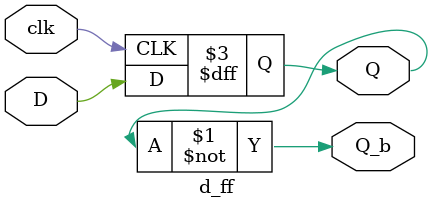
<source format=v>
    module top_module (
        input clk,
        input x,
        output z
    ); 


    wire u1_D,u2_D,u3_D,u1_Q,u2_Q,u2_Q_b,u3_Q,u3_Q_b,u1_Q_b ;

    assign u1_D = u1_Q^x;
    assign u2_D = x&u2_Q_b;
    assign u3_D = x|u3_Q_b;


    initial begin
        // u1_D = 0;
        // u2_D = 0;
        // u3_D = 0;
        u1_Q=0;
        u2_Q=0;
        u3_Q=0;
        u1_Q_b = 1'b1;
        u2_Q_b = 1'b1;
        u3_Q_b = 1'b1;
    end


    d_ff u_dff_1(
        .D(u1_D),
        .Q(u1_Q),
        .clk(clk),
        .Q_b(u1_Q_b)

    );

    d_ff u_dff_2(
        .D(u2_D),
        .Q(u2_Q),
        .Q_b(u2_Q_b),
        .clk(clk)
    );


    d_ff u_dff_3(
        .D(u3_D),
        .Q(u3_Q),
        .Q_b(u3_Q_b),
        .clk(clk)
    );

    assign z =~( u2_Q|u1_Q|u3_Q);




    endmodule

    module d_ff(
        input D,
        output Q,
        output Q_b,
        input clk
    );
    assign Q_b = ~Q;
    always @(posedge clk ) begin
        Q<=D;
    end
    endmodule
</source>
